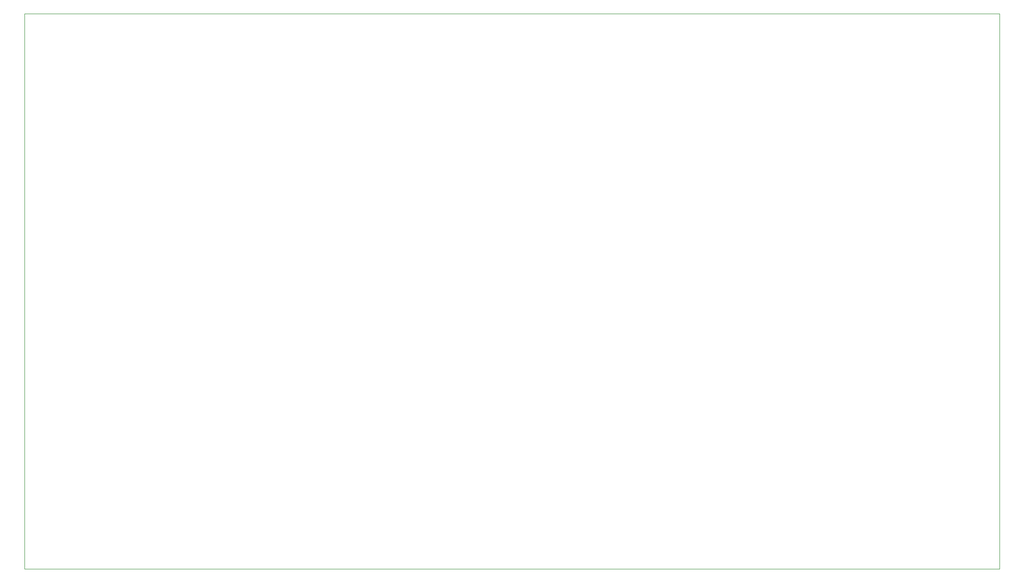
<source format=gbr>
%TF.GenerationSoftware,Altium Limited,Altium Designer,21.4.1 (30)*%
G04 Layer_Color=0*
%FSLAX45Y45*%
%MOMM*%
%TF.SameCoordinates,DE4E361F-B2E7-428B-8DBD-4CB4FFEE74F0*%
%TF.FilePolarity,Positive*%
%TF.FileFunction,Profile,NP*%
%TF.Part,Single*%
G01*
G75*
%TA.AperFunction,Profile*%
%ADD35C,0.02540*%
D35*
X13131799Y13131799D02*
X30657800D01*
Y23114000D01*
X13131799D01*
Y13131799D01*
%TF.MD5,6880b1cf1df890b7953a78932a8c51b3*%
M02*

</source>
